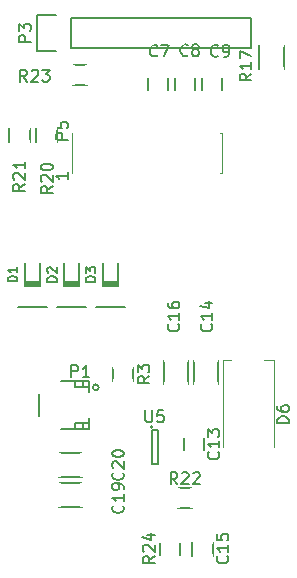
<source format=gto>
G04 #@! TF.FileFunction,Legend,Top*
%FSLAX46Y46*%
G04 Gerber Fmt 4.6, Leading zero omitted, Abs format (unit mm)*
G04 Created by KiCad (PCBNEW 4.0.4-stable) date 01/25/17 01:32:59*
%MOMM*%
%LPD*%
G01*
G04 APERTURE LIST*
%ADD10C,0.100000*%
%ADD11C,0.150000*%
%ADD12C,0.120000*%
%ADD13R,1.650000X1.900000*%
%ADD14R,2.000000X2.400000*%
%ADD15R,2.400000X2.000000*%
%ADD16R,1.950000X1.000000*%
%ADD17R,2.200000X1.600000*%
%ADD18R,2.127200X2.432000*%
%ADD19O,2.127200X2.432000*%
%ADD20R,2.100000X1.600000*%
%ADD21O,2.100000X1.600000*%
%ADD22R,1.700000X1.900000*%
%ADD23R,2.100000X2.400000*%
%ADD24R,1.900000X1.700000*%
%ADD25R,1.460000X1.050000*%
%ADD26R,2.400000X1.650000*%
%ADD27R,2.700000X3.900000*%
%ADD28R,1.140000X2.950000*%
G04 APERTURE END LIST*
D10*
D11*
X90590000Y-38362000D02*
X90590000Y-39362000D01*
X92290000Y-39362000D02*
X92290000Y-38362000D01*
X92876000Y-38362000D02*
X92876000Y-39362000D01*
X94576000Y-39362000D02*
X94576000Y-38362000D01*
X95162000Y-38362000D02*
X95162000Y-39362000D01*
X96862000Y-39362000D02*
X96862000Y-38362000D01*
X95338000Y-69842000D02*
X95338000Y-68842000D01*
X93638000Y-68842000D02*
X93638000Y-69842000D01*
X94479000Y-62246000D02*
X94479000Y-64246000D01*
X96529000Y-64246000D02*
X96529000Y-62246000D01*
X93306000Y-78732000D02*
X93306000Y-77732000D01*
X91606000Y-77732000D02*
X91606000Y-78732000D01*
X91939000Y-62246000D02*
X91939000Y-64246000D01*
X93989000Y-64246000D02*
X93989000Y-62246000D01*
X83074000Y-74685000D02*
X85074000Y-74685000D01*
X85074000Y-72635000D02*
X83074000Y-72635000D01*
X83074000Y-72145000D02*
X85074000Y-72145000D01*
X85074000Y-70095000D02*
X83074000Y-70095000D01*
X86448000Y-64540000D02*
G75*
G03X86448000Y-64540000I-250000J0D01*
G01*
X81373000Y-65140000D02*
X81373000Y-66940000D01*
X83273000Y-64040000D02*
X85623000Y-64040000D01*
X85623000Y-64040000D02*
X85623000Y-64940000D01*
X85623000Y-64540000D02*
X84423000Y-64540000D01*
X84423000Y-64540000D02*
X84423000Y-64540000D01*
X84423000Y-64540000D02*
X85623000Y-64540000D01*
X85623000Y-64540000D02*
X85623000Y-64540000D01*
X85123000Y-64540000D02*
X85123000Y-64540000D01*
X85123000Y-64540000D02*
X85123000Y-64040000D01*
X85123000Y-64040000D02*
X85123000Y-64040000D01*
X85123000Y-64040000D02*
X85123000Y-64540000D01*
X84423000Y-64540000D02*
X84423000Y-64540000D01*
X84423000Y-64540000D02*
X84423000Y-64040000D01*
X84423000Y-64040000D02*
X84423000Y-64040000D01*
X84423000Y-64040000D02*
X84423000Y-64540000D01*
X83273000Y-68040000D02*
X85623000Y-68040000D01*
X85623000Y-68040000D02*
X85623000Y-67140000D01*
X85623000Y-67540000D02*
X84423000Y-67540000D01*
X84423000Y-67540000D02*
X84423000Y-67540000D01*
X84423000Y-67540000D02*
X85623000Y-67540000D01*
X85623000Y-67540000D02*
X85623000Y-67540000D01*
X85123000Y-67540000D02*
X85123000Y-67540000D01*
X85123000Y-67540000D02*
X85123000Y-68040000D01*
X85123000Y-68040000D02*
X85123000Y-68040000D01*
X85123000Y-68040000D02*
X85123000Y-67540000D01*
X84423000Y-67540000D02*
X84423000Y-67540000D01*
X84423000Y-67540000D02*
X84423000Y-68040000D01*
X84423000Y-68040000D02*
X84423000Y-68040000D01*
X84423000Y-68040000D02*
X84423000Y-67540000D01*
X84074000Y-33274000D02*
X99314000Y-33274000D01*
X99314000Y-33274000D02*
X99314000Y-35814000D01*
X99314000Y-35814000D02*
X84074000Y-35814000D01*
X81254000Y-32994000D02*
X82804000Y-32994000D01*
X84074000Y-33274000D02*
X84074000Y-35814000D01*
X82804000Y-36094000D02*
X81254000Y-36094000D01*
X81254000Y-36094000D02*
X81254000Y-32994000D01*
X87644000Y-64036500D02*
X87644000Y-62836500D01*
X89394000Y-62836500D02*
X89394000Y-64036500D01*
X102167000Y-35576000D02*
X102167000Y-37576000D01*
X100017000Y-37576000D02*
X100017000Y-35576000D01*
X81167000Y-43780000D02*
X81167000Y-42580000D01*
X82917000Y-42580000D02*
X82917000Y-43780000D01*
X78881000Y-43780000D02*
X78881000Y-42580000D01*
X80631000Y-42580000D02*
X80631000Y-43780000D01*
X93126000Y-73039000D02*
X94326000Y-73039000D01*
X94326000Y-74789000D02*
X93126000Y-74789000D01*
X84236000Y-37225000D02*
X85436000Y-37225000D01*
X85436000Y-38975000D02*
X84236000Y-38975000D01*
X96125000Y-77632000D02*
X96125000Y-78832000D01*
X94375000Y-78832000D02*
X94375000Y-77632000D01*
X91016480Y-67890920D02*
G75*
G03X91016480Y-67890920I-100000J0D01*
G01*
X91466480Y-68140920D02*
X90966480Y-68140920D01*
X91466480Y-71040920D02*
X91466480Y-68140920D01*
X90966480Y-71040920D02*
X91466480Y-71040920D01*
X90966480Y-68140920D02*
X90966480Y-71040920D01*
X82085500Y-57741000D02*
X79585500Y-57741000D01*
X81485500Y-55991000D02*
X80185500Y-55991000D01*
X80185500Y-55591000D02*
X81485500Y-55591000D01*
X81485500Y-55791000D02*
X80185500Y-55791000D01*
X81485500Y-53991000D02*
X81485500Y-55991000D01*
X80185500Y-55991000D02*
X80185500Y-53991000D01*
X85387500Y-57741000D02*
X82887500Y-57741000D01*
X84787500Y-55991000D02*
X83487500Y-55991000D01*
X83487500Y-55591000D02*
X84787500Y-55591000D01*
X84787500Y-55791000D02*
X83487500Y-55791000D01*
X84787500Y-53991000D02*
X84787500Y-55991000D01*
X83487500Y-55991000D02*
X83487500Y-53991000D01*
X88689500Y-57741000D02*
X86189500Y-57741000D01*
X88089500Y-55991000D02*
X86789500Y-55991000D01*
X86789500Y-55591000D02*
X88089500Y-55591000D01*
X88089500Y-55791000D02*
X86789500Y-55791000D01*
X88089500Y-53991000D02*
X88089500Y-55991000D01*
X86789500Y-55991000D02*
X86789500Y-53991000D01*
D12*
X101260800Y-62252800D02*
X96960800Y-62252800D01*
X96960800Y-62252800D02*
X96960800Y-69552800D01*
X101260800Y-62252800D02*
X101260800Y-69552800D01*
D10*
X96850000Y-43004000D02*
X96750000Y-43004000D01*
X96850000Y-46404000D02*
X96850000Y-43004000D01*
X96850000Y-46404000D02*
X96750000Y-46404000D01*
X84150000Y-46404000D02*
X84250000Y-46404000D01*
X84150000Y-46404000D02*
X84150000Y-43004000D01*
X84150000Y-43004000D02*
X84250000Y-43004000D01*
D11*
X91400334Y-36425143D02*
X91352715Y-36472762D01*
X91209858Y-36520381D01*
X91114620Y-36520381D01*
X90971762Y-36472762D01*
X90876524Y-36377524D01*
X90828905Y-36282286D01*
X90781286Y-36091810D01*
X90781286Y-35948952D01*
X90828905Y-35758476D01*
X90876524Y-35663238D01*
X90971762Y-35568000D01*
X91114620Y-35520381D01*
X91209858Y-35520381D01*
X91352715Y-35568000D01*
X91400334Y-35615619D01*
X91733667Y-35520381D02*
X92400334Y-35520381D01*
X91971762Y-36520381D01*
X93991134Y-36399743D02*
X93943515Y-36447362D01*
X93800658Y-36494981D01*
X93705420Y-36494981D01*
X93562562Y-36447362D01*
X93467324Y-36352124D01*
X93419705Y-36256886D01*
X93372086Y-36066410D01*
X93372086Y-35923552D01*
X93419705Y-35733076D01*
X93467324Y-35637838D01*
X93562562Y-35542600D01*
X93705420Y-35494981D01*
X93800658Y-35494981D01*
X93943515Y-35542600D01*
X93991134Y-35590219D01*
X94562562Y-35923552D02*
X94467324Y-35875933D01*
X94419705Y-35828314D01*
X94372086Y-35733076D01*
X94372086Y-35685457D01*
X94419705Y-35590219D01*
X94467324Y-35542600D01*
X94562562Y-35494981D01*
X94753039Y-35494981D01*
X94848277Y-35542600D01*
X94895896Y-35590219D01*
X94943515Y-35685457D01*
X94943515Y-35733076D01*
X94895896Y-35828314D01*
X94848277Y-35875933D01*
X94753039Y-35923552D01*
X94562562Y-35923552D01*
X94467324Y-35971171D01*
X94419705Y-36018790D01*
X94372086Y-36114029D01*
X94372086Y-36304505D01*
X94419705Y-36399743D01*
X94467324Y-36447362D01*
X94562562Y-36494981D01*
X94753039Y-36494981D01*
X94848277Y-36447362D01*
X94895896Y-36399743D01*
X94943515Y-36304505D01*
X94943515Y-36114029D01*
X94895896Y-36018790D01*
X94848277Y-35971171D01*
X94753039Y-35923552D01*
X96556534Y-36450543D02*
X96508915Y-36498162D01*
X96366058Y-36545781D01*
X96270820Y-36545781D01*
X96127962Y-36498162D01*
X96032724Y-36402924D01*
X95985105Y-36307686D01*
X95937486Y-36117210D01*
X95937486Y-35974352D01*
X95985105Y-35783876D01*
X96032724Y-35688638D01*
X96127962Y-35593400D01*
X96270820Y-35545781D01*
X96366058Y-35545781D01*
X96508915Y-35593400D01*
X96556534Y-35641019D01*
X97032724Y-36545781D02*
X97223200Y-36545781D01*
X97318439Y-36498162D01*
X97366058Y-36450543D01*
X97461296Y-36307686D01*
X97508915Y-36117210D01*
X97508915Y-35736257D01*
X97461296Y-35641019D01*
X97413677Y-35593400D01*
X97318439Y-35545781D01*
X97127962Y-35545781D01*
X97032724Y-35593400D01*
X96985105Y-35641019D01*
X96937486Y-35736257D01*
X96937486Y-35974352D01*
X96985105Y-36069590D01*
X97032724Y-36117210D01*
X97127962Y-36164829D01*
X97318439Y-36164829D01*
X97413677Y-36117210D01*
X97461296Y-36069590D01*
X97508915Y-35974352D01*
X96572343Y-69997557D02*
X96619962Y-70045176D01*
X96667581Y-70188033D01*
X96667581Y-70283271D01*
X96619962Y-70426129D01*
X96524724Y-70521367D01*
X96429486Y-70568986D01*
X96239010Y-70616605D01*
X96096152Y-70616605D01*
X95905676Y-70568986D01*
X95810438Y-70521367D01*
X95715200Y-70426129D01*
X95667581Y-70283271D01*
X95667581Y-70188033D01*
X95715200Y-70045176D01*
X95762819Y-69997557D01*
X96667581Y-69045176D02*
X96667581Y-69616605D01*
X96667581Y-69330891D02*
X95667581Y-69330891D01*
X95810438Y-69426129D01*
X95905676Y-69521367D01*
X95953295Y-69616605D01*
X95667581Y-68711843D02*
X95667581Y-68092795D01*
X96048533Y-68426129D01*
X96048533Y-68283271D01*
X96096152Y-68188033D01*
X96143771Y-68140414D01*
X96239010Y-68092795D01*
X96477105Y-68092795D01*
X96572343Y-68140414D01*
X96619962Y-68188033D01*
X96667581Y-68283271D01*
X96667581Y-68568986D01*
X96619962Y-68664224D01*
X96572343Y-68711843D01*
X95988143Y-59189857D02*
X96035762Y-59237476D01*
X96083381Y-59380333D01*
X96083381Y-59475571D01*
X96035762Y-59618429D01*
X95940524Y-59713667D01*
X95845286Y-59761286D01*
X95654810Y-59808905D01*
X95511952Y-59808905D01*
X95321476Y-59761286D01*
X95226238Y-59713667D01*
X95131000Y-59618429D01*
X95083381Y-59475571D01*
X95083381Y-59380333D01*
X95131000Y-59237476D01*
X95178619Y-59189857D01*
X96083381Y-58237476D02*
X96083381Y-58808905D01*
X96083381Y-58523191D02*
X95083381Y-58523191D01*
X95226238Y-58618429D01*
X95321476Y-58713667D01*
X95369095Y-58808905D01*
X95416714Y-57380333D02*
X96083381Y-57380333D01*
X95035762Y-57618429D02*
X95750048Y-57856524D01*
X95750048Y-57237476D01*
X97334343Y-78824057D02*
X97381962Y-78871676D01*
X97429581Y-79014533D01*
X97429581Y-79109771D01*
X97381962Y-79252629D01*
X97286724Y-79347867D01*
X97191486Y-79395486D01*
X97001010Y-79443105D01*
X96858152Y-79443105D01*
X96667676Y-79395486D01*
X96572438Y-79347867D01*
X96477200Y-79252629D01*
X96429581Y-79109771D01*
X96429581Y-79014533D01*
X96477200Y-78871676D01*
X96524819Y-78824057D01*
X97429581Y-77871676D02*
X97429581Y-78443105D01*
X97429581Y-78157391D02*
X96429581Y-78157391D01*
X96572438Y-78252629D01*
X96667676Y-78347867D01*
X96715295Y-78443105D01*
X96429581Y-76966914D02*
X96429581Y-77443105D01*
X96905771Y-77490724D01*
X96858152Y-77443105D01*
X96810533Y-77347867D01*
X96810533Y-77109771D01*
X96858152Y-77014533D01*
X96905771Y-76966914D01*
X97001010Y-76919295D01*
X97239105Y-76919295D01*
X97334343Y-76966914D01*
X97381962Y-77014533D01*
X97429581Y-77109771D01*
X97429581Y-77347867D01*
X97381962Y-77443105D01*
X97334343Y-77490724D01*
X93194143Y-59189857D02*
X93241762Y-59237476D01*
X93289381Y-59380333D01*
X93289381Y-59475571D01*
X93241762Y-59618429D01*
X93146524Y-59713667D01*
X93051286Y-59761286D01*
X92860810Y-59808905D01*
X92717952Y-59808905D01*
X92527476Y-59761286D01*
X92432238Y-59713667D01*
X92337000Y-59618429D01*
X92289381Y-59475571D01*
X92289381Y-59380333D01*
X92337000Y-59237476D01*
X92384619Y-59189857D01*
X93289381Y-58237476D02*
X93289381Y-58808905D01*
X93289381Y-58523191D02*
X92289381Y-58523191D01*
X92432238Y-58618429D01*
X92527476Y-58713667D01*
X92575095Y-58808905D01*
X92289381Y-57380333D02*
X92289381Y-57570810D01*
X92337000Y-57666048D01*
X92384619Y-57713667D01*
X92527476Y-57808905D01*
X92717952Y-57856524D01*
X93098905Y-57856524D01*
X93194143Y-57808905D01*
X93241762Y-57761286D01*
X93289381Y-57666048D01*
X93289381Y-57475571D01*
X93241762Y-57380333D01*
X93194143Y-57332714D01*
X93098905Y-57285095D01*
X92860810Y-57285095D01*
X92765571Y-57332714D01*
X92717952Y-57380333D01*
X92670333Y-57475571D01*
X92670333Y-57666048D01*
X92717952Y-57761286D01*
X92765571Y-57808905D01*
X92860810Y-57856524D01*
X88495143Y-74556857D02*
X88542762Y-74604476D01*
X88590381Y-74747333D01*
X88590381Y-74842571D01*
X88542762Y-74985429D01*
X88447524Y-75080667D01*
X88352286Y-75128286D01*
X88161810Y-75175905D01*
X88018952Y-75175905D01*
X87828476Y-75128286D01*
X87733238Y-75080667D01*
X87638000Y-74985429D01*
X87590381Y-74842571D01*
X87590381Y-74747333D01*
X87638000Y-74604476D01*
X87685619Y-74556857D01*
X88590381Y-73604476D02*
X88590381Y-74175905D01*
X88590381Y-73890191D02*
X87590381Y-73890191D01*
X87733238Y-73985429D01*
X87828476Y-74080667D01*
X87876095Y-74175905D01*
X88590381Y-73128286D02*
X88590381Y-72937810D01*
X88542762Y-72842571D01*
X88495143Y-72794952D01*
X88352286Y-72699714D01*
X88161810Y-72652095D01*
X87780857Y-72652095D01*
X87685619Y-72699714D01*
X87638000Y-72747333D01*
X87590381Y-72842571D01*
X87590381Y-73033048D01*
X87638000Y-73128286D01*
X87685619Y-73175905D01*
X87780857Y-73223524D01*
X88018952Y-73223524D01*
X88114190Y-73175905D01*
X88161810Y-73128286D01*
X88209429Y-73033048D01*
X88209429Y-72842571D01*
X88161810Y-72747333D01*
X88114190Y-72699714D01*
X88018952Y-72652095D01*
X88495143Y-71762857D02*
X88542762Y-71810476D01*
X88590381Y-71953333D01*
X88590381Y-72048571D01*
X88542762Y-72191429D01*
X88447524Y-72286667D01*
X88352286Y-72334286D01*
X88161810Y-72381905D01*
X88018952Y-72381905D01*
X87828476Y-72334286D01*
X87733238Y-72286667D01*
X87638000Y-72191429D01*
X87590381Y-72048571D01*
X87590381Y-71953333D01*
X87638000Y-71810476D01*
X87685619Y-71762857D01*
X87685619Y-71381905D02*
X87638000Y-71334286D01*
X87590381Y-71239048D01*
X87590381Y-71000952D01*
X87638000Y-70905714D01*
X87685619Y-70858095D01*
X87780857Y-70810476D01*
X87876095Y-70810476D01*
X88018952Y-70858095D01*
X88590381Y-71429524D01*
X88590381Y-70810476D01*
X87590381Y-70191429D02*
X87590381Y-70096190D01*
X87638000Y-70000952D01*
X87685619Y-69953333D01*
X87780857Y-69905714D01*
X87971333Y-69858095D01*
X88209429Y-69858095D01*
X88399905Y-69905714D01*
X88495143Y-69953333D01*
X88542762Y-70000952D01*
X88590381Y-70096190D01*
X88590381Y-70191429D01*
X88542762Y-70286667D01*
X88495143Y-70334286D01*
X88399905Y-70381905D01*
X88209429Y-70429524D01*
X87971333Y-70429524D01*
X87780857Y-70381905D01*
X87685619Y-70334286D01*
X87638000Y-70286667D01*
X87590381Y-70191429D01*
X84148705Y-63672981D02*
X84148705Y-62672981D01*
X84529658Y-62672981D01*
X84624896Y-62720600D01*
X84672515Y-62768219D01*
X84720134Y-62863457D01*
X84720134Y-63006314D01*
X84672515Y-63101552D01*
X84624896Y-63149171D01*
X84529658Y-63196790D01*
X84148705Y-63196790D01*
X85672515Y-63672981D02*
X85101086Y-63672981D01*
X85386800Y-63672981D02*
X85386800Y-62672981D01*
X85291562Y-62815838D01*
X85196324Y-62911076D01*
X85101086Y-62958695D01*
X80716381Y-35282095D02*
X79716381Y-35282095D01*
X79716381Y-34901142D01*
X79764000Y-34805904D01*
X79811619Y-34758285D01*
X79906857Y-34710666D01*
X80049714Y-34710666D01*
X80144952Y-34758285D01*
X80192571Y-34805904D01*
X80240190Y-34901142D01*
X80240190Y-35282095D01*
X79716381Y-34377333D02*
X79716381Y-33758285D01*
X80097333Y-34091619D01*
X80097333Y-33948761D01*
X80144952Y-33853523D01*
X80192571Y-33805904D01*
X80287810Y-33758285D01*
X80525905Y-33758285D01*
X80621143Y-33805904D01*
X80668762Y-33853523D01*
X80716381Y-33948761D01*
X80716381Y-34234476D01*
X80668762Y-34329714D01*
X80621143Y-34377333D01*
X90749381Y-63590466D02*
X90273190Y-63923800D01*
X90749381Y-64161895D02*
X89749381Y-64161895D01*
X89749381Y-63780942D01*
X89797000Y-63685704D01*
X89844619Y-63638085D01*
X89939857Y-63590466D01*
X90082714Y-63590466D01*
X90177952Y-63638085D01*
X90225571Y-63685704D01*
X90273190Y-63780942D01*
X90273190Y-64161895D01*
X89749381Y-63257133D02*
X89749381Y-62638085D01*
X90130333Y-62971419D01*
X90130333Y-62828561D01*
X90177952Y-62733323D01*
X90225571Y-62685704D01*
X90320810Y-62638085D01*
X90558905Y-62638085D01*
X90654143Y-62685704D01*
X90701762Y-62733323D01*
X90749381Y-62828561D01*
X90749381Y-63114276D01*
X90701762Y-63209514D01*
X90654143Y-63257133D01*
X99385381Y-37980857D02*
X98909190Y-38314191D01*
X99385381Y-38552286D02*
X98385381Y-38552286D01*
X98385381Y-38171333D01*
X98433000Y-38076095D01*
X98480619Y-38028476D01*
X98575857Y-37980857D01*
X98718714Y-37980857D01*
X98813952Y-38028476D01*
X98861571Y-38076095D01*
X98909190Y-38171333D01*
X98909190Y-38552286D01*
X99385381Y-37028476D02*
X99385381Y-37599905D01*
X99385381Y-37314191D02*
X98385381Y-37314191D01*
X98528238Y-37409429D01*
X98623476Y-37504667D01*
X98671095Y-37599905D01*
X98385381Y-36695143D02*
X98385381Y-36028476D01*
X99385381Y-36457048D01*
X82545181Y-47505857D02*
X82068990Y-47839191D01*
X82545181Y-48077286D02*
X81545181Y-48077286D01*
X81545181Y-47696333D01*
X81592800Y-47601095D01*
X81640419Y-47553476D01*
X81735657Y-47505857D01*
X81878514Y-47505857D01*
X81973752Y-47553476D01*
X82021371Y-47601095D01*
X82068990Y-47696333D01*
X82068990Y-48077286D01*
X81640419Y-47124905D02*
X81592800Y-47077286D01*
X81545181Y-46982048D01*
X81545181Y-46743952D01*
X81592800Y-46648714D01*
X81640419Y-46601095D01*
X81735657Y-46553476D01*
X81830895Y-46553476D01*
X81973752Y-46601095D01*
X82545181Y-47172524D01*
X82545181Y-46553476D01*
X81545181Y-45934429D02*
X81545181Y-45839190D01*
X81592800Y-45743952D01*
X81640419Y-45696333D01*
X81735657Y-45648714D01*
X81926133Y-45601095D01*
X82164229Y-45601095D01*
X82354705Y-45648714D01*
X82449943Y-45696333D01*
X82497562Y-45743952D01*
X82545181Y-45839190D01*
X82545181Y-45934429D01*
X82497562Y-46029667D01*
X82449943Y-46077286D01*
X82354705Y-46124905D01*
X82164229Y-46172524D01*
X81926133Y-46172524D01*
X81735657Y-46124905D01*
X81640419Y-46077286D01*
X81592800Y-46029667D01*
X81545181Y-45934429D01*
X80208381Y-47328057D02*
X79732190Y-47661391D01*
X80208381Y-47899486D02*
X79208381Y-47899486D01*
X79208381Y-47518533D01*
X79256000Y-47423295D01*
X79303619Y-47375676D01*
X79398857Y-47328057D01*
X79541714Y-47328057D01*
X79636952Y-47375676D01*
X79684571Y-47423295D01*
X79732190Y-47518533D01*
X79732190Y-47899486D01*
X79303619Y-46947105D02*
X79256000Y-46899486D01*
X79208381Y-46804248D01*
X79208381Y-46566152D01*
X79256000Y-46470914D01*
X79303619Y-46423295D01*
X79398857Y-46375676D01*
X79494095Y-46375676D01*
X79636952Y-46423295D01*
X80208381Y-46994724D01*
X80208381Y-46375676D01*
X80208381Y-45423295D02*
X80208381Y-45994724D01*
X80208381Y-45709010D02*
X79208381Y-45709010D01*
X79351238Y-45804248D01*
X79446476Y-45899486D01*
X79494095Y-45994724D01*
X93108543Y-72740781D02*
X92775209Y-72264590D01*
X92537114Y-72740781D02*
X92537114Y-71740781D01*
X92918067Y-71740781D01*
X93013305Y-71788400D01*
X93060924Y-71836019D01*
X93108543Y-71931257D01*
X93108543Y-72074114D01*
X93060924Y-72169352D01*
X93013305Y-72216971D01*
X92918067Y-72264590D01*
X92537114Y-72264590D01*
X93489495Y-71836019D02*
X93537114Y-71788400D01*
X93632352Y-71740781D01*
X93870448Y-71740781D01*
X93965686Y-71788400D01*
X94013305Y-71836019D01*
X94060924Y-71931257D01*
X94060924Y-72026495D01*
X94013305Y-72169352D01*
X93441876Y-72740781D01*
X94060924Y-72740781D01*
X94441876Y-71836019D02*
X94489495Y-71788400D01*
X94584733Y-71740781D01*
X94822829Y-71740781D01*
X94918067Y-71788400D01*
X94965686Y-71836019D01*
X95013305Y-71931257D01*
X95013305Y-72026495D01*
X94965686Y-72169352D01*
X94394257Y-72740781D01*
X95013305Y-72740781D01*
X80383143Y-38653981D02*
X80049809Y-38177790D01*
X79811714Y-38653981D02*
X79811714Y-37653981D01*
X80192667Y-37653981D01*
X80287905Y-37701600D01*
X80335524Y-37749219D01*
X80383143Y-37844457D01*
X80383143Y-37987314D01*
X80335524Y-38082552D01*
X80287905Y-38130171D01*
X80192667Y-38177790D01*
X79811714Y-38177790D01*
X80764095Y-37749219D02*
X80811714Y-37701600D01*
X80906952Y-37653981D01*
X81145048Y-37653981D01*
X81240286Y-37701600D01*
X81287905Y-37749219D01*
X81335524Y-37844457D01*
X81335524Y-37939695D01*
X81287905Y-38082552D01*
X80716476Y-38653981D01*
X81335524Y-38653981D01*
X81668857Y-37653981D02*
X82287905Y-37653981D01*
X81954571Y-38034933D01*
X82097429Y-38034933D01*
X82192667Y-38082552D01*
X82240286Y-38130171D01*
X82287905Y-38225410D01*
X82287905Y-38463505D01*
X82240286Y-38558743D01*
X82192667Y-38606362D01*
X82097429Y-38653981D01*
X81811714Y-38653981D01*
X81716476Y-38606362D01*
X81668857Y-38558743D01*
X91181181Y-78824057D02*
X90704990Y-79157391D01*
X91181181Y-79395486D02*
X90181181Y-79395486D01*
X90181181Y-79014533D01*
X90228800Y-78919295D01*
X90276419Y-78871676D01*
X90371657Y-78824057D01*
X90514514Y-78824057D01*
X90609752Y-78871676D01*
X90657371Y-78919295D01*
X90704990Y-79014533D01*
X90704990Y-79395486D01*
X90276419Y-78443105D02*
X90228800Y-78395486D01*
X90181181Y-78300248D01*
X90181181Y-78062152D01*
X90228800Y-77966914D01*
X90276419Y-77919295D01*
X90371657Y-77871676D01*
X90466895Y-77871676D01*
X90609752Y-77919295D01*
X91181181Y-78490724D01*
X91181181Y-77871676D01*
X90514514Y-77014533D02*
X91181181Y-77014533D01*
X90133562Y-77252629D02*
X90847848Y-77490724D01*
X90847848Y-76871676D01*
X90404575Y-66493301D02*
X90404575Y-67302825D01*
X90452194Y-67398063D01*
X90499813Y-67445682D01*
X90595051Y-67493301D01*
X90785528Y-67493301D01*
X90880766Y-67445682D01*
X90928385Y-67398063D01*
X90976004Y-67302825D01*
X90976004Y-66493301D01*
X91928385Y-66493301D02*
X91452194Y-66493301D01*
X91404575Y-66969491D01*
X91452194Y-66921872D01*
X91547432Y-66874253D01*
X91785528Y-66874253D01*
X91880766Y-66921872D01*
X91928385Y-66969491D01*
X91976004Y-67064730D01*
X91976004Y-67302825D01*
X91928385Y-67398063D01*
X91880766Y-67445682D01*
X91785528Y-67493301D01*
X91547432Y-67493301D01*
X91452194Y-67445682D01*
X91404575Y-67398063D01*
X79569265Y-55576396D02*
X78769265Y-55576396D01*
X78769265Y-55385920D01*
X78807360Y-55271634D01*
X78883550Y-55195443D01*
X78959741Y-55157348D01*
X79112122Y-55119253D01*
X79226408Y-55119253D01*
X79378789Y-55157348D01*
X79454979Y-55195443D01*
X79531170Y-55271634D01*
X79569265Y-55385920D01*
X79569265Y-55576396D01*
X79569265Y-54357348D02*
X79569265Y-54814491D01*
X79569265Y-54585920D02*
X78769265Y-54585920D01*
X78883550Y-54662110D01*
X78959741Y-54738301D01*
X78997836Y-54814491D01*
X82891585Y-55581476D02*
X82091585Y-55581476D01*
X82091585Y-55391000D01*
X82129680Y-55276714D01*
X82205870Y-55200523D01*
X82282061Y-55162428D01*
X82434442Y-55124333D01*
X82548728Y-55124333D01*
X82701109Y-55162428D01*
X82777299Y-55200523D01*
X82853490Y-55276714D01*
X82891585Y-55391000D01*
X82891585Y-55581476D01*
X82167775Y-54819571D02*
X82129680Y-54781476D01*
X82091585Y-54705285D01*
X82091585Y-54514809D01*
X82129680Y-54438619D01*
X82167775Y-54400523D01*
X82243966Y-54362428D01*
X82320156Y-54362428D01*
X82434442Y-54400523D01*
X82891585Y-54857666D01*
X82891585Y-54362428D01*
X86173265Y-55601796D02*
X85373265Y-55601796D01*
X85373265Y-55411320D01*
X85411360Y-55297034D01*
X85487550Y-55220843D01*
X85563741Y-55182748D01*
X85716122Y-55144653D01*
X85830408Y-55144653D01*
X85982789Y-55182748D01*
X86058979Y-55220843D01*
X86135170Y-55297034D01*
X86173265Y-55411320D01*
X86173265Y-55601796D01*
X85373265Y-54877986D02*
X85373265Y-54382748D01*
X85678027Y-54649415D01*
X85678027Y-54535129D01*
X85716122Y-54458939D01*
X85754217Y-54420843D01*
X85830408Y-54382748D01*
X86020884Y-54382748D01*
X86097074Y-54420843D01*
X86135170Y-54458939D01*
X86173265Y-54535129D01*
X86173265Y-54763701D01*
X86135170Y-54839891D01*
X86097074Y-54877986D01*
X102547681Y-67578195D02*
X101547681Y-67578195D01*
X101547681Y-67340100D01*
X101595300Y-67197242D01*
X101690538Y-67102004D01*
X101785776Y-67054385D01*
X101976252Y-67006766D01*
X102119110Y-67006766D01*
X102309586Y-67054385D01*
X102404824Y-67102004D01*
X102500062Y-67197242D01*
X102547681Y-67340100D01*
X102547681Y-67578195D01*
X101547681Y-66149623D02*
X101547681Y-66340100D01*
X101595300Y-66435338D01*
X101642919Y-66482957D01*
X101785776Y-66578195D01*
X101976252Y-66625814D01*
X102357205Y-66625814D01*
X102452443Y-66578195D01*
X102500062Y-66530576D01*
X102547681Y-66435338D01*
X102547681Y-66244861D01*
X102500062Y-66149623D01*
X102452443Y-66102004D01*
X102357205Y-66054385D01*
X102119110Y-66054385D01*
X102023871Y-66102004D01*
X101976252Y-66149623D01*
X101928633Y-66244861D01*
X101928633Y-66435338D01*
X101976252Y-66530576D01*
X102023871Y-66578195D01*
X102119110Y-66625814D01*
X83840381Y-43562495D02*
X82840381Y-43562495D01*
X82840381Y-43181542D01*
X82888000Y-43086304D01*
X82935619Y-43038685D01*
X83030857Y-42991066D01*
X83173714Y-42991066D01*
X83268952Y-43038685D01*
X83316571Y-43086304D01*
X83364190Y-43181542D01*
X83364190Y-43562495D01*
X82840381Y-42086304D02*
X82840381Y-42562495D01*
X83316571Y-42610114D01*
X83268952Y-42562495D01*
X83221333Y-42467257D01*
X83221333Y-42229161D01*
X83268952Y-42133923D01*
X83316571Y-42086304D01*
X83411810Y-42038685D01*
X83649905Y-42038685D01*
X83745143Y-42086304D01*
X83792762Y-42133923D01*
X83840381Y-42229161D01*
X83840381Y-42467257D01*
X83792762Y-42562495D01*
X83745143Y-42610114D01*
X83814981Y-46348685D02*
X83814981Y-46920114D01*
X83814981Y-46634400D02*
X82814981Y-46634400D01*
X82957838Y-46729638D01*
X83053076Y-46824876D01*
X83100695Y-46920114D01*
%LPC*%
D13*
X91440000Y-40112000D03*
X91440000Y-37612000D03*
X93726000Y-40112000D03*
X93726000Y-37612000D03*
X96012000Y-40112000D03*
X96012000Y-37612000D03*
X94488000Y-68092000D03*
X94488000Y-70592000D03*
D14*
X95504000Y-65246000D03*
X95504000Y-61246000D03*
D13*
X92456000Y-76982000D03*
X92456000Y-79482000D03*
D14*
X92964000Y-65246000D03*
X92964000Y-61246000D03*
D15*
X86074000Y-73660000D03*
X82074000Y-73660000D03*
X86074000Y-71120000D03*
X82074000Y-71120000D03*
D16*
X85948000Y-65540000D03*
X85948000Y-66540000D03*
D17*
X82073000Y-64240000D03*
X82073000Y-67840000D03*
D18*
X82804000Y-34544000D03*
D19*
X85344000Y-34544000D03*
X87884000Y-34544000D03*
X90424000Y-34544000D03*
X92964000Y-34544000D03*
X95504000Y-34544000D03*
X98044000Y-34544000D03*
D20*
X84582000Y-77978000D03*
D21*
X84582000Y-79978000D03*
D22*
X88519000Y-62086500D03*
X88519000Y-64786500D03*
D23*
X101092000Y-38576000D03*
X101092000Y-34576000D03*
D22*
X82042000Y-41830000D03*
X82042000Y-44530000D03*
X79756000Y-41830000D03*
X79756000Y-44530000D03*
D24*
X95076000Y-73914000D03*
X92376000Y-73914000D03*
X86186000Y-38100000D03*
X83486000Y-38100000D03*
D22*
X95250000Y-79582000D03*
X95250000Y-76882000D03*
D25*
X90116480Y-68640920D03*
X90116480Y-69590920D03*
X90116480Y-70540920D03*
X92316480Y-70540920D03*
X92316480Y-68640920D03*
D26*
X80835500Y-56866000D03*
X80835500Y-53116000D03*
X84137500Y-56866000D03*
X84137500Y-53116000D03*
X87439500Y-56866000D03*
X87439500Y-53116000D03*
D27*
X99110800Y-64152800D03*
X99110800Y-69552800D03*
D28*
X84785000Y-46579000D03*
X84785000Y-42829000D03*
X86055000Y-46579000D03*
X86055000Y-42829000D03*
X87325000Y-46579000D03*
X87325000Y-42829000D03*
X88595000Y-46579000D03*
X88595000Y-42829000D03*
X89865000Y-46579000D03*
X89865000Y-42829000D03*
X91135000Y-46579000D03*
X91135000Y-42829000D03*
X92405000Y-46579000D03*
X92405000Y-42829000D03*
X93675000Y-46579000D03*
X93675000Y-42829000D03*
X94945000Y-46579000D03*
X94945000Y-42829000D03*
X96215000Y-46579000D03*
X96215000Y-42829000D03*
M02*

</source>
